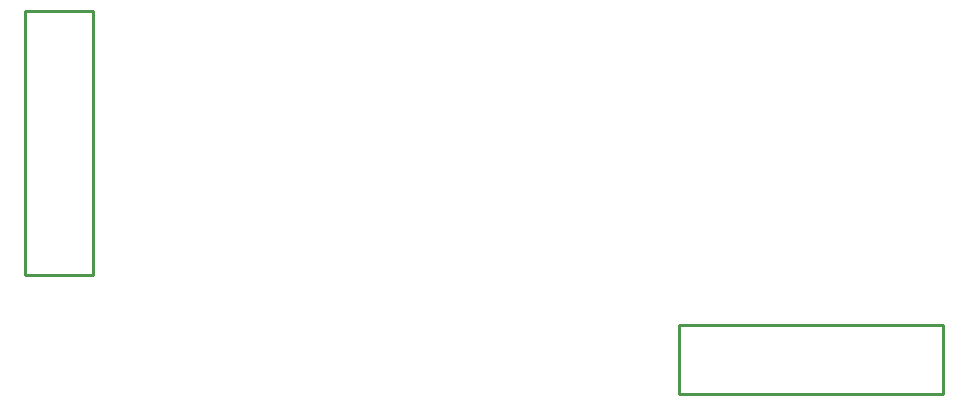
<source format=gbr>
%TF.GenerationSoftware,Altium Limited,Altium Designer,19.1.8 (144)*%
G04 Layer_Color=1930808*
%FSLAX26Y26*%
%MOIN*%
%TF.FileFunction,Other,Board*%
%TF.Part,Single*%
G01*
G75*
%TA.AperFunction,NonConductor*%
%ADD43C,0.010000*%
D43*
X3707717Y96614D02*
Y323386D01*
X2827795Y95039D02*
X3707717D01*
X2827795D02*
Y321811D01*
Y323386D02*
X3707717D01*
X646811Y1370158D02*
X873583D01*
X875158Y490236D02*
Y1370158D01*
X648386Y490236D02*
X875158D01*
X646811D02*
Y1370158D01*
%TF.MD5,aea1f60f2fb8f8d3fe955c0d0d02a5ba*%
M02*

</source>
